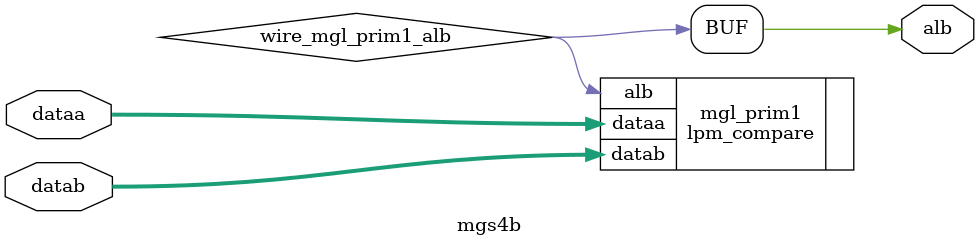
<source format=v>






//synthesis_resources = lpm_compare 1 
//synopsys translate_off
`timescale 1 ps / 1 ps
//synopsys translate_on
module  mgs4b
	( 
	alb,
	dataa,
	datab) /* synthesis synthesis_clearbox=1 */;
	output   alb;
	input   [15:0]  dataa;
	input   [15:0]  datab;

	wire  wire_mgl_prim1_alb;

	lpm_compare   mgl_prim1
	( 
	.alb(wire_mgl_prim1_alb),
	.dataa(dataa),
	.datab(datab));
	defparam
		mgl_prim1.lpm_representation = "SIGNED",
		mgl_prim1.lpm_type = "LPM_COMPARE",
		mgl_prim1.lpm_width = 16;
	assign
		alb = wire_mgl_prim1_alb;
endmodule //mgs4b
//VALID FILE

</source>
